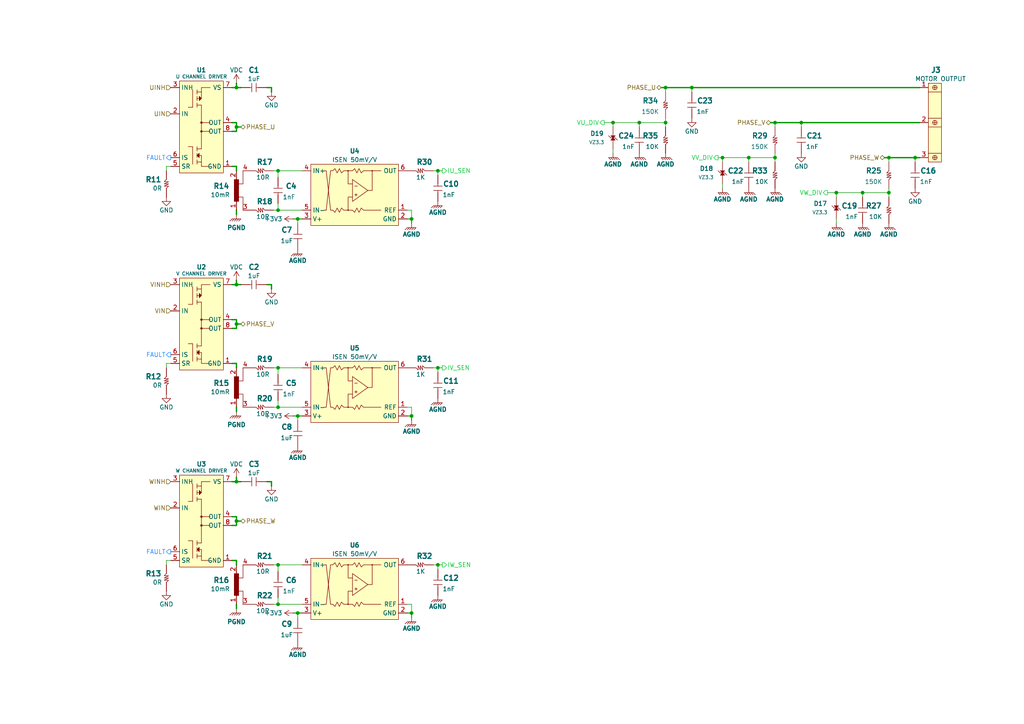
<source format=kicad_sch>
(kicad_sch (version 20231120) (generator "eeschema") (generator_version "8.0")
  (paper "A4")
  (title_block (title "THREE-PHASE MOTOR DRIVER") (date "2024-10-20") (rev "0.0") (company "SAMPI DEVELOPMENT KITS"))
  (lib_symbols
    (symbol "SAMPI:AGND" (power) (pin_names (offset 0))
      (property "Value" "AGND" (at 0 -3.175 0))
      (symbol "AGND_0_1"
        (polyline (pts (xy -1.27 -1.27) (xy -1.905 -1.905)))
        (polyline (pts (xy -1.27 -1.27) (xy 1.27 -1.27)))
        (polyline (pts (xy -0.635 -1.27) (xy -1.27 -1.905)))
        (polyline (pts (xy 0 -1.27) (xy -0.635 -1.905)))
        (polyline (pts (xy 0 0) (xy 0 -1.27)))
        (polyline (pts (xy 0.635 -1.27) (xy 0 -1.905)))
        (polyline (pts (xy 1.27 -1.27) (xy 0.635 -1.905)))
      )
      (symbol "AGND_1_1"
        (pin power_in line (at 0 0 90) (length 0) hide (name "AGND") (number "1"))
      )
    )
    (symbol "SAMPI:BTS7960"
      (property "Reference" "U" (at 0 0 0))
      (property "Value" "PN Half Bridge" (at 0 -1.905 0))
      (symbol "BTS7960_0_1"
        (polyline (pts (xy -3.81 -22.225) (xy -2.54 -22.225)))
        (polyline (pts (xy -3.81 -10.795) (xy -2.54 -10.795)))
        (polyline (pts (xy -2.54 -27.305) (xy -2.54 -22.225)))
        (polyline (pts (xy -2.54 -5.715) (xy -2.54 -10.795)))
        (polyline (pts (xy -1.27 -27.305) (xy -1.27 -26.035)))
        (polyline (pts (xy -1.27 -25.4) (xy -1.27 -24.13)))
        (polyline (pts (xy -1.27 -23.495) (xy -1.27 -22.225)))
        (polyline (pts (xy -1.27 -22.86) (xy 0 -22.86)))
        (polyline (pts (xy -1.27 -10.16) (xy 0 -10.16)))
        (polyline (pts (xy -1.27 -9.525) (xy -1.27 -10.795)))
        (polyline (pts (xy -1.27 -7.62) (xy -1.27 -8.89)))
        (polyline (pts (xy -1.27 -5.715) (xy -1.27 -6.985)))
        (polyline (pts (xy -1.27 -24.765) (xy 0 -24.765) (xy 0 -26.67)))
        (polyline (pts (xy -1.27 -8.255) (xy 0 -8.255) (xy 0 -6.35)))
        (polyline (pts (xy 2.54 -27.94) (xy 0 -27.94) (xy 0 -26.67) (xy -1.27 -26.67)))
        (polyline (pts (xy 2.54 -5.08) (xy 0 -5.08) (xy 0 -6.35) (xy -1.27 -6.35)))
      )
      (symbol "BTS7960_1_0"
        (pin input line (at -8.89 -12.7 0) (length 2.54) (name "IN") (number "2"))
        (pin input line (at -8.89 -5.08 0) (length 2.54) (name "INH") (number "3"))
        (pin power_out line (at 8.89 -15.24 180) (length 2.54) (name "OUT") (number "4"))
        (pin input line (at -8.89 -27.94 0) (length 2.54) (name "SR") (number "5"))
        (pin output line (at -8.89 -25.4 0) (length 2.54) (name "IS") (number "6"))
        (pin power_in line (at 8.89 -5.08 180) (length 2.54) (name "VS") (number "7"))
        (pin power_out line (at 8.89 -17.78 180) (length 2.54) (name "OUT") (number "8"))
      )
      (symbol "BTS7960_1_1"
        (rectangle (start -6.35 -3.175) (end 6.35 -29.845) (fill (type background)))
        (circle (center 0 -17.78) (radius 0.254) (fill (type outline)))
        (circle (center 0 -15.24) (radius 0.254) (fill (type outline)))
        (polyline (pts (xy 0 -15.24) (xy 0 -17.78)))
        (polyline (pts (xy -0.635 -25.4) (xy -1.27 -24.765) (xy -0.635 -24.13) (xy -0.635 -25.4)) (fill (type outline)))
        (polyline (pts (xy -0.635 -7.62) (xy 0 -8.255) (xy -0.635 -8.89) (xy -0.635 -7.62)) (fill (type outline)))
        (polyline (pts (xy 0 -22.86) (xy 0 -20.32) (xy 0 -17.78) (xy 2.54 -17.78)))
        (polyline (pts (xy 0 -10.16) (xy 0 -11.43) (xy 0 -15.24) (xy 2.54 -15.24)))
        (pin passive line (at 8.89 -27.94 180) (length 2.54) (name "GND") (number "1"))
      )
    )
    (symbol "SAMPI:CERCAP" (pin_numbers hide) (pin_names hide)
      (property "Reference" "C" (at -1.905 1.905 0))
      (property "Value" "CerCap" (at -1.905 0 0))
      (symbol "CERCAP_0_1"
        (polyline (pts (xy 0 -2.54) (xy 0.635 -2.54)))
        (polyline (pts (xy 0.635 -1.27) (xy 0.635 -3.81)))
        (polyline (pts (xy 1.905 -2.54) (xy 2.54 -2.54)))
        (polyline (pts (xy 1.905 -1.27) (xy 1.905 -3.81)))
      )
      (symbol "CERCAP_1_1"
        (pin bidirectional line (at -2.54 -2.54 0) (length 2.54) (name "1") (number "1"))
        (pin bidirectional line (at 5.08 -2.54 180) (length 2.54) (name "2") (number "2"))
      )
    )
    (symbol "SAMPI:PGND" (power) (pin_names (offset 0))
      (property "Value" "PGND" (at 0 -3.175 0))
      (symbol "PGND_0_1"
        (polyline (pts (xy -1.27 -1.27) (xy -1.905 -1.905)))
        (polyline (pts (xy -1.27 -1.27) (xy 1.27 -1.27)))
        (polyline (pts (xy -0.635 -1.27) (xy -1.27 -1.905)))
        (polyline (pts (xy 0 -1.27) (xy -0.635 -1.905)))
        (polyline (pts (xy 0 0) (xy 0 -1.27)))
        (polyline (pts (xy 0.635 -1.27) (xy 0 -1.905)))
        (polyline (pts (xy 1.27 -1.27) (xy 0.635 -1.905)))
      )
      (symbol "PGND_1_1"
        (pin power_in line (at 0 0 90) (length 0) hide (name "PGND") (number "1"))
      )
    )
    (symbol "SAMPI:RES" (pin_numbers hide) (pin_names hide)
      (property "Reference" "R" (at 0 1.905 0))
      (property "Value" "RES" (at 0 0 0))
      (symbol "RES_0_1"
        (polyline (pts (xy 0 -2.54) (xy 0.635 -1.905) (xy 0.635 -3.175) (xy 1.27 -1.905) (xy 1.27 -3.175) (xy 1.905 -1.905) (xy 1.905 -3.175) (xy 2.54 -2.54)))
      )
      (symbol "RES_1_1"
        (pin bidirectional line (at -2.54 -2.54 0) (length 2.54) (name "1") (number "1"))
        (pin bidirectional line (at 5.08 -2.54 180) (length 2.54) (name "2") (number "2"))
      )
    )
    (symbol "SAMPI:SHUNT" (pin_names hide)
      (property "Reference" "R" (at 0 0 0))
      (property "Value" "SHUNT" (at 0 -1.905 0))
      (symbol "SHUNT_0_1"
        (polyline (pts (xy -2.54 -6.35) (xy 1.27 -6.35) (xy 1.27 -5.08)))
        (polyline (pts (xy 8.89 -6.35) (xy 5.08 -6.35) (xy 5.08 -5.08)))
      )
      (symbol "SHUNT_1_1"
        (rectangle (start 0 -3.81) (end 6.35 -5.08) (fill (type outline)))
        (pin passive line (at -2.54 -4.445 0) (length 2.54) (name "1") (number "1"))
        (pin passive line (at 8.89 -4.445 180) (length 2.54) (name "2") (number "2"))
        (pin passive line (at -2.54 -7.62 90) (length 1.27) (name "3") (number "3"))
        (pin passive line (at 8.89 -7.62 90) (length 1.27) (name "4") (number "4"))
      )
    )
    (symbol "SAMPI:SIL03" (pin_names hide)
      (property "Reference" "J" (at -0.635 1.905 0))
      (property "Value" "SIL03" (at -0.635 0 0))
      (symbol "SIL03_0_1"
        (polyline (pts (xy 0 -21.59) (xy 3.81 -21.59)))
        (polyline (pts (xy 0 -11.43) (xy 3.81 -11.43)))
        (polyline (pts (xy 0 -3.81) (xy 3.81 -3.81)))
        (polyline (pts (xy 1.27 -22.86) (xy 2.54 -22.86)))
        (polyline (pts (xy 1.27 -12.7) (xy 2.54 -12.7)))
        (polyline (pts (xy 1.27 -2.54) (xy 2.54 -2.54)))
        (polyline (pts (xy 1.905 -22.225) (xy 1.905 -23.495)))
        (polyline (pts (xy 1.905 -12.065) (xy 1.905 -13.335)))
        (polyline (pts (xy 1.905 -1.905) (xy 1.905 -3.175)))
        (polyline (pts (xy 3.81 -13.97) (xy 0 -13.97)))
        (circle (center 1.905 -22.86) (radius 0.635))
        (circle (center 1.905 -12.7) (radius 0.635))
        (circle (center 1.905 -2.54) (radius 0.635))
      )
      (symbol "SIL03_1_1"
        (rectangle (start 0 -1.27) (end 3.81 -24.13) (fill (type background)))
        (pin bidirectional line (at -2.54 -2.54 0) (length 2.54) (name "1") (number "1"))
        (pin bidirectional line (at -2.54 -12.7 0) (length 2.54) (name "2") (number "2"))
        (pin bidirectional line (at -2.54 -22.86 0) (length 2.54) (name "3") (number "3"))
      )
    )
    (symbol "SAMPI:TVS" (pin_numbers hide) (pin_names hide)
      (property "Reference" "D" (at 0 0 0))
      (property "Value" "TVS" (at 0 -1.905 0))
      (symbol "TVS_0_1"
        (polyline (pts (xy 1.905 0) (xy 1.27 -0.635)))
        (polyline (pts (xy 3.175 0) (xy 1.905 0)))
        (polyline (pts (xy 3.175 0) (xy 3.81 0.635)))
      )
      (symbol "TVS_1_1"
        (polyline (pts (xy 2.54 0) (xy 3.175 -0.635) (xy 1.905 -0.635) (xy 2.54 0)) (fill (type outline)))
        (polyline (pts (xy 2.54 0) (xy 3.175 0.635) (xy 1.905 0.635) (xy 2.54 0)) (fill (type outline)))
        (pin passive line (at 2.54 3.175 270) (length 2.54) (name "1") (number "1"))
        (pin passive line (at 2.54 -3.175 90) (length 2.54) (name "2") (number "2"))
      )
    )
    (symbol "SAMPI:ZXCT199Q_INV"
      (property "Reference" "U3" (at 2.54 -1.27 0))
      (property "Value" "ISEN 50mV/V" (at 6.35 -3.81 0))
      (symbol "ZXCT199Q_INV_0_1"
        (polyline (pts (xy 5.715 -18.415) (xy 4.445 -6.985)))
        (polyline (pts (xy 5.715 -6.985) (xy 4.445 -18.415)))
      )
      (symbol "ZXCT199Q_INV_1_1"
        (rectangle (start 0 -5.08) (end 25.4 -22.86) (fill (type background)))
        (polyline (pts (xy 3.81 -18.415) (xy 4.445 -18.415)))
        (polyline (pts (xy 3.81 -6.985) (xy 4.445 -6.985)))
        (polyline (pts (xy 5.715 -18.415) (xy 6.35 -18.415)))
        (polyline (pts (xy 5.715 -6.985) (xy 6.35 -6.985)))
        (polyline (pts (xy 10.795 -18.415) (xy 12.065 -18.415)))
        (polyline (pts (xy 10.795 -6.985) (xy 12.065 -6.985)))
        (polyline (pts (xy 12.7 -13.97) (xy 13.462 -13.97)))
        (polyline (pts (xy 12.7 -11.43) (xy 13.462 -11.43)))
        (polyline (pts (xy 13.081 -14.351) (xy 13.081 -13.589)))
        (polyline (pts (xy 10.795 -18.415) (xy 10.795 -14.605) (xy 12.065 -14.605)))
        (polyline (pts (xy 10.795 -6.985) (xy 10.795 -10.795) (xy 12.065 -10.795)))
        (polyline (pts (xy 16.51 -12.7) (xy 17.78 -12.7) (xy 17.78 -6.985)))
        (polyline (pts (xy 12.065 -9.525) (xy 12.065 -15.875) (xy 16.51 -12.7) (xy 12.065 -9.525)))
        (polyline (pts (xy 6.35 -18.415) (xy 6.985 -19.05) (xy 7.62 -17.78) (xy 8.255 -19.05) (xy 8.89 -17.78) (xy 9.525 -18.415) (xy 10.795 -18.415)))
        (polyline (pts (xy 6.35 -6.985) (xy 6.985 -6.35) (xy 7.62 -7.62) (xy 8.255 -6.35) (xy 8.89 -7.62) (xy 9.525 -6.985) (xy 10.795 -6.985)))
        (polyline (pts (xy 12.065 -18.415) (xy 12.7 -19.05) (xy 13.335 -17.78) (xy 13.97 -19.05) (xy 14.605 -17.78) (xy 15.24 -18.415) (xy 20.32 -18.415)))
        (polyline (pts (xy 12.065 -6.985) (xy 12.7 -6.35) (xy 13.335 -7.62) (xy 13.97 -6.35) (xy 14.605 -7.62) (xy 15.24 -6.985) (xy 20.32 -6.985)))
        (circle (center 10.795 -18.415) (radius 0.127) (fill (type outline)))
        (circle (center 10.795 -6.985) (radius 0.127) (fill (type outline)))
        (circle (center 17.78 -6.985) (radius 0.127) (fill (type outline)))
        (pin input line (at 27.94 -18.415 180) (length 2.54) (name "REF") (number "1"))
        (pin power_in line (at 27.94 -20.955 180) (length 2.54) (name "GND") (number "2"))
        (pin power_in line (at -2.54 -20.955 0) (length 2.54) (name "V+") (number "3"))
        (pin input line (at -2.54 -6.985 0) (length 2.54) (name "IN+") (number "4"))
        (pin input line (at -2.54 -18.415 0) (length 2.54) (name "IN-") (number "5"))
        (pin output line (at 27.94 -6.985 180) (length 2.54) (name "OUT") (number "6"))
      )
    )
    (symbol "power:+3V3" (power) (pin_numbers hide) (pin_names (offset 0) hide)
      (property "Value" "+3V3" (at 0 3.556 0))
      (symbol "+3V3_0_1"
        (polyline (pts (xy -0.762 1.27) (xy 0 2.54)))
        (polyline (pts (xy 0 0) (xy 0 2.54)))
        (polyline (pts (xy 0 2.54) (xy 0.762 1.27)))
      )
      (symbol "+3V3_1_1"
        (pin power_in line (at 0 0 90) (length 0) (name "~") (number "1"))
      )
    )
    (symbol "power:GND" (power) (pin_numbers hide) (pin_names (offset 0) hide)
      (property "Value" "GND" (at 0 -3.81 0))
      (symbol "GND_0_1"
        (polyline (pts (xy 0 0) (xy 0 -1.27) (xy 1.27 -1.27) (xy 0 -2.54) (xy -1.27 -1.27) (xy 0 -1.27)))
      )
      (symbol "GND_1_1"
        (pin power_in line (at 0 0 270) (length 0) (name "~") (number "1"))
      )
    )
    (symbol "power:VDC" (power) (pin_numbers hide) (pin_names (offset 0) hide)
      (property "Value" "VDC" (at 0 3.556 0))
      (symbol "VDC_0_1"
        (polyline (pts (xy -0.762 1.27) (xy 0 2.54)))
        (polyline (pts (xy 0 0) (xy 0 2.54)))
        (polyline (pts (xy 0 2.54) (xy 0.762 1.27)))
      )
      (symbol "VDC_1_1"
        (pin power_in line (at 0 0 90) (length 0) (name "~") (number "1"))
      )
    )
  )
  (junction (at 86.36 177.8))
  (junction (at 68.58 36.83))
  (junction (at 224.79 35.56))
  (junction (at 80.645 60.96))
  (junction (at 86.36 63.5))
  (junction (at 119.38 120.65))
  (junction (at 68.58 139.7))
  (junction (at 86.36 120.65))
  (junction (at 265.43 45.72))
  (junction (at 80.645 163.83))
  (junction (at 80.645 49.53))
  (junction (at 209.55 45.72))
  (junction (at 193.04 25.4))
  (junction (at 119.38 63.5))
  (junction (at 193.04 35.56))
  (junction (at 68.58 93.98))
  (junction (at 68.58 151.13))
  (junction (at 127 163.83))
  (junction (at 119.38 177.8))
  (junction (at 217.17 45.72))
  (junction (at 80.645 106.68))
  (junction (at 68.58 82.55))
  (junction (at 185.42 35.56))
  (junction (at 257.81 55.88))
  (junction (at 127 49.53))
  (junction (at 200.66 25.4))
  (junction (at 68.58 25.4))
  (junction (at 224.79 45.72))
  (junction (at 257.81 45.72))
  (junction (at 250.19 55.88))
  (junction (at 127 106.68))
  (junction (at 177.8 35.56))
  (junction (at 242.57 55.88))
  (junction (at 80.645 175.26))
  (junction (at 232.41 35.56))
  (junction (at 80.645 118.11))
  (wire (pts (xy 80.645 118.11) (xy 79.375 118.11)))
  (wire (pts (xy 257.81 55.88) (xy 257.81 54.61)))
  (wire (pts (xy 68.58 24.13) (xy 68.58 25.4)) (stroke (width 0.381)))
  (wire (pts (xy 80.645 163.83) (xy 79.375 163.83)))
  (wire (pts (xy 80.645 165.735) (xy 80.645 163.83)))
  (wire (pts (xy 265.43 45.72) (xy 257.81 45.72)) (stroke (width 0.381)))
  (wire (pts (xy 68.58 93.98) (xy 68.58 92.71)) (stroke (width 0.381)))
  (wire (pts (xy 119.38 175.26) (xy 119.38 177.8)))
  (wire (pts (xy 68.58 95.25) (xy 68.58 93.98)) (stroke (width 0.381)))
  (wire (pts (xy 48.26 163.83) (xy 48.26 162.56)))
  (wire (pts (xy 48.26 106.68) (xy 48.26 105.41)))
  (wire (pts (xy 67.31 25.4) (xy 68.58 25.4)) (stroke (width 0.381)))
  (wire (pts (xy 119.38 63.5) (xy 119.38 64.77)) (stroke (width 0.254)))
  (wire (pts (xy 68.58 81.28) (xy 68.58 82.55)) (stroke (width 0.381)))
  (wire (pts (xy 80.645 106.68) (xy 87.63 106.68)))
  (wire (pts (xy 68.58 105.41) (xy 68.58 106.68)) (stroke (width 0.381)))
  (wire (pts (xy 209.55 45.72) (xy 208.28 45.72)))
  (wire (pts (xy 127 106.68) (xy 128.27 106.68)))
  (wire (pts (xy 68.58 162.56) (xy 68.58 163.83)) (stroke (width 0.381)))
  (wire (pts (xy 242.57 55.88) (xy 242.57 57.15)))
  (wire (pts (xy 48.26 162.56) (xy 49.53 162.56)))
  (wire (pts (xy 68.58 162.56) (xy 67.31 162.56)) (stroke (width 0.381)))
  (wire (pts (xy 200.66 25.4) (xy 193.04 25.4)) (stroke (width 0.381)))
  (wire (pts (xy 209.55 45.72) (xy 209.55 46.99)))
  (wire (pts (xy 265.43 45.72) (xy 266.7 45.72)) (stroke (width 0.381)))
  (wire (pts (xy 80.645 49.53) (xy 79.375 49.53)))
  (wire (pts (xy 266.7 25.4) (xy 200.66 25.4)) (stroke (width 0.381)))
  (wire (pts (xy 257.81 45.72) (xy 256.54 45.72)) (stroke (width 0.381)))
  (wire (pts (xy 250.19 55.88) (xy 242.57 55.88)))
  (wire (pts (xy 80.645 60.96) (xy 87.63 60.96)))
  (wire (pts (xy 200.66 26.67) (xy 200.66 25.4)))
  (wire (pts (xy 68.58 38.1) (xy 68.58 36.83)) (stroke (width 0.381)))
  (wire (pts (xy 209.55 54.61) (xy 209.55 53.34)))
  (wire (pts (xy 127 163.83) (xy 128.27 163.83)))
  (wire (pts (xy 242.57 64.77) (xy 242.57 63.5)))
  (wire (pts (xy 48.26 48.26) (xy 49.53 48.26)))
  (wire (pts (xy 80.645 108.585) (xy 80.645 106.68)))
  (wire (pts (xy 127 49.53) (xy 127 50.8)))
  (wire (pts (xy 68.58 60.96) (xy 68.58 62.23)) (stroke (width 0.381)))
  (wire (pts (xy 177.8 35.56) (xy 177.8 36.83)))
  (wire (pts (xy 177.8 35.56) (xy 175.26 35.56)))
  (wire (pts (xy 185.42 35.56) (xy 177.8 35.56)))
  (wire (pts (xy 87.63 177.8) (xy 86.36 177.8)) (stroke (width 0.254)))
  (wire (pts (xy 257.81 45.72) (xy 257.81 46.99)))
  (wire (pts (xy 232.41 35.56) (xy 232.41 36.83)))
  (wire (pts (xy 86.36 63.5) (xy 86.36 64.77)))
  (wire (pts (xy 86.36 177.8) (xy 86.36 179.07)))
  (wire (pts (xy 48.26 105.41) (xy 49.53 105.41)))
  (wire (pts (xy 67.31 139.7) (xy 68.58 139.7)) (stroke (width 0.381)))
  (wire (pts (xy 232.41 35.56) (xy 224.79 35.56)) (stroke (width 0.381)))
  (wire (pts (xy 68.58 152.4) (xy 68.58 151.13)) (stroke (width 0.381)))
  (wire (pts (xy 78.74 25.4) (xy 77.47 25.4)) (stroke (width 0.381)))
  (wire (pts (xy 68.58 118.11) (xy 68.58 119.38)) (stroke (width 0.381)))
  (wire (pts (xy 193.04 25.4) (xy 191.77 25.4)) (stroke (width 0.381)))
  (wire (pts (xy 193.04 36.83) (xy 193.04 35.56)))
  (wire (pts (xy 78.74 83.82) (xy 78.74 82.55)) (stroke (width 0.381)))
  (wire (pts (xy 87.63 120.65) (xy 86.36 120.65)) (stroke (width 0.254)))
  (wire (pts (xy 217.17 45.72) (xy 209.55 45.72)))
  (wire (pts (xy 68.58 48.26) (xy 68.58 49.53)) (stroke (width 0.381)))
  (wire (pts (xy 80.645 106.68) (xy 79.375 106.68)))
  (wire (pts (xy 119.38 60.96) (xy 119.38 63.5)))
  (wire (pts (xy 127 163.83) (xy 127 165.1)))
  (wire (pts (xy 68.58 138.43) (xy 68.58 139.7)) (stroke (width 0.381)))
  (wire (pts (xy 80.645 59.055) (xy 80.645 60.96)))
  (wire (pts (xy 68.58 35.56) (xy 67.31 35.56)) (stroke (width 0.381)))
  (wire (pts (xy 80.645 173.355) (xy 80.645 175.26)))
  (wire (pts (xy 68.58 151.13) (xy 68.58 149.86)) (stroke (width 0.381)))
  (wire (pts (xy 67.31 95.25) (xy 68.58 95.25)) (stroke (width 0.381)))
  (wire (pts (xy 80.645 118.11) (xy 87.63 118.11)))
  (wire (pts (xy 127 106.68) (xy 127 107.95)))
  (wire (pts (xy 86.36 120.65) (xy 86.36 121.92)))
  (wire (pts (xy 78.74 140.97) (xy 78.74 139.7)) (stroke (width 0.381)))
  (wire (pts (xy 242.57 55.88) (xy 240.03 55.88)))
  (wire (pts (xy 118.11 60.96) (xy 119.38 60.96)))
  (wire (pts (xy 68.58 36.83) (xy 69.85 36.83)) (stroke (width 0.381)))
  (wire (pts (xy 265.43 45.72) (xy 265.43 46.99)))
  (wire (pts (xy 125.73 49.53) (xy 127 49.53)))
  (wire (pts (xy 125.73 106.68) (xy 127 106.68)))
  (wire (pts (xy 85.09 120.65) (xy 86.36 120.65)) (stroke (width 0.254)))
  (wire (pts (xy 85.09 177.8) (xy 86.36 177.8)) (stroke (width 0.254)))
  (wire (pts (xy 119.38 63.5) (xy 118.11 63.5)) (stroke (width 0.254)))
  (wire (pts (xy 68.58 139.7) (xy 69.85 139.7)) (stroke (width 0.381)))
  (wire (pts (xy 193.04 35.56) (xy 185.42 35.56)))
  (wire (pts (xy 127 49.53) (xy 128.27 49.53)))
  (wire (pts (xy 78.74 139.7) (xy 77.47 139.7)) (stroke (width 0.381)))
  (wire (pts (xy 224.79 35.56) (xy 224.79 36.83)))
  (wire (pts (xy 68.58 36.83) (xy 68.58 35.56)) (stroke (width 0.381)))
  (wire (pts (xy 48.26 49.53) (xy 48.26 48.26)))
  (wire (pts (xy 119.38 118.11) (xy 119.38 120.65)))
  (wire (pts (xy 119.38 120.65) (xy 118.11 120.65)) (stroke (width 0.254)))
  (wire (pts (xy 266.7 35.56) (xy 232.41 35.56)) (stroke (width 0.381)))
  (wire (pts (xy 80.645 163.83) (xy 87.63 163.83)))
  (wire (pts (xy 67.31 82.55) (xy 68.58 82.55)) (stroke (width 0.381)))
  (wire (pts (xy 85.09 63.5) (xy 86.36 63.5)) (stroke (width 0.254)))
  (wire (pts (xy 80.645 116.205) (xy 80.645 118.11)))
  (wire (pts (xy 87.63 63.5) (xy 86.36 63.5)) (stroke (width 0.254)))
  (wire (pts (xy 68.58 105.41) (xy 67.31 105.41)) (stroke (width 0.381)))
  (wire (pts (xy 68.58 175.26) (xy 68.58 176.53)) (stroke (width 0.381)))
  (wire (pts (xy 68.58 82.55) (xy 69.85 82.55)) (stroke (width 0.381)))
  (wire (pts (xy 119.38 177.8) (xy 119.38 179.07)) (stroke (width 0.254)))
  (wire (pts (xy 68.58 151.13) (xy 69.85 151.13)) (stroke (width 0.381)))
  (wire (pts (xy 80.645 51.435) (xy 80.645 49.53)))
  (wire (pts (xy 119.38 120.65) (xy 119.38 121.92)) (stroke (width 0.254)))
  (wire (pts (xy 224.79 45.72) (xy 217.17 45.72)))
  (wire (pts (xy 257.81 55.88) (xy 250.19 55.88)))
  (wire (pts (xy 80.645 175.26) (xy 79.375 175.26)))
  (wire (pts (xy 68.58 92.71) (xy 67.31 92.71)) (stroke (width 0.381)))
  (wire (pts (xy 224.79 35.56) (xy 223.52 35.56)) (stroke (width 0.381)))
  (wire (pts (xy 119.38 177.8) (xy 118.11 177.8)) (stroke (width 0.254)))
  (wire (pts (xy 193.04 25.4) (xy 193.04 26.67)))
  (wire (pts (xy 80.645 49.53) (xy 87.63 49.53)))
  (wire (pts (xy 185.42 35.56) (xy 185.42 36.83)))
  (wire (pts (xy 80.645 60.96) (xy 79.375 60.96)))
  (wire (pts (xy 80.645 175.26) (xy 87.63 175.26)))
  (wire (pts (xy 125.73 163.83) (xy 127 163.83)))
  (wire (pts (xy 68.58 25.4) (xy 69.85 25.4)) (stroke (width 0.381)))
  (wire (pts (xy 67.31 38.1) (xy 68.58 38.1)) (stroke (width 0.381)))
  (wire (pts (xy 250.19 55.88) (xy 250.19 57.15)))
  (wire (pts (xy 67.31 152.4) (xy 68.58 152.4)) (stroke (width 0.381)))
  (wire (pts (xy 118.11 175.26) (xy 119.38 175.26)))
  (wire (pts (xy 224.79 46.99) (xy 224.79 45.72)))
  (wire (pts (xy 78.74 26.67) (xy 78.74 25.4)) (stroke (width 0.381)))
  (wire (pts (xy 78.74 82.55) (xy 77.47 82.55)) (stroke (width 0.381)))
  (wire (pts (xy 224.79 45.72) (xy 224.79 44.45)))
  (wire (pts (xy 118.11 118.11) (xy 119.38 118.11)))
  (wire (pts (xy 68.58 93.98) (xy 69.85 93.98)) (stroke (width 0.381)))
  (wire (pts (xy 177.8 44.45) (xy 177.8 43.18)))
  (wire (pts (xy 193.04 35.56) (xy 193.04 34.29)))
  (wire (pts (xy 257.81 57.15) (xy 257.81 55.88)))
  (wire (pts (xy 68.58 48.26) (xy 67.31 48.26)) (stroke (width 0.381)))
  (wire (pts (xy 68.58 149.86) (xy 67.31 149.86)) (stroke (width 0.381)))
  (wire (pts (xy 217.17 45.72) (xy 217.17 46.99)))
  (hierarchical_label "IU_SEN" (shape output) (at 128.27 49.53 0))
  (hierarchical_label "FAULT" (shape output) (at 49.53 45.72 180))
  (hierarchical_label "VV_DIV" (shape output) (at 208.28 45.72 180))
  (hierarchical_label "VU_DIV" (shape output) (at 175.26 35.56 180))
  (hierarchical_label "PHASE_U" (shape bidirectional) (at 191.77 25.4 180))
  (hierarchical_label "FAULT" (shape output) (at 49.53 160.02 180))
  (hierarchical_label "VW_DIV" (shape output) (at 240.03 55.88 180))
  (hierarchical_label "IV_SEN" (shape output) (at 128.27 106.68 0))
  (hierarchical_label "VIN" (shape input) (at 49.53 90.17 180))
  (hierarchical_label "PHASE_W" (shape bidirectional) (at 69.85 151.13 0))
  (hierarchical_label "WINH" (shape input) (at 49.53 139.7 180))
  (hierarchical_label "IW_SEN" (shape output) (at 128.27 163.83 0))
  (hierarchical_label "PHASE_V" (shape bidirectional) (at 69.85 93.98 0))
  (hierarchical_label "PHASE_U" (shape bidirectional) (at 69.85 36.83 0))
  (hierarchical_label "PHASE_W" (shape bidirectional) (at 256.54 45.72 180))
  (hierarchical_label "FAULT" (shape output) (at 49.53 102.87 180))
  (hierarchical_label "VINH" (shape input) (at 49.53 82.55 180))
  (hierarchical_label "UIN" (shape input) (at 49.53 33.02 180))
  (hierarchical_label "UINH" (shape input) (at 49.53 25.4 180))
  (hierarchical_label "WIN" (shape input) (at 49.53 147.32 180))
  (hierarchical_label "PHASE_V" (shape bidirectional) (at 223.52 35.56 180))
  (symbol (lib_id "SAMPI:RES") (at 76.835 58.42 0) (mirror y) (unit 1)
    (property "Reference" "R18" (at 74.295 58.42 0) (effects (font (size 1.5 1.5) (bold yes)) (justify right)))
    (property "Value" "10R" (at 74.295 62.865 0) (effects (justify right)))
    (property "Footprint" "SAMPI:RES0603" (effects (hide yes)))
    (property "Description" "RES 0.01 OHM 1% 1W 1206" (effects (hide yes)))
    (property "MFT" "Yageo" (effects (hide yes)))
    (property "MNP" "PE1206FKF470R01Z" (effects (hide yes)))
  )
  (symbol (lib_id "SAMPI:CERCAP") (at 187.96 41.91 270) (mirror x) (unit 1)
    (property "Reference" "C24" (at 181.61 39.37 90) (effects (font (size 1.5 1.5) (bold yes))))
    (property "Value" "1nF" (at 182.245 42.545 90))
    (property "Footprint" "SAMPI:CAP0603" (effects (hide yes)))
    (property "Description" "CAP CER 1000PF 50V C0G/NP0 0603" (effects (hide yes)))
    (property "MFT" "Samsung" (effects (hide yes)))
    (property "MNP" "CL10C102JB8NNNC" (effects (hide yes)))
  )
  (symbol (lib_id "SAMPI:AGND") (at 193.04 44.45 0) (mirror y) (unit 1)
    (property "Reference" "#PWR062" (effects (hide yes)))
    (property "Value" "AGND" (at 193.04 47.625 0) (effects (font (bold yes))))
    (property "Description" "Power symbol creates a global label with name \"AGND\"" (effects (hide yes)))
  )
  (symbol (lib_id "SAMPI:AGND") (at 224.79 54.61 0) (mirror y) (unit 1)
    (property "Reference" "#PWR053" (effects (hide yes)))
    (property "Value" "AGND" (at 224.79 57.785 0) (effects (font (bold yes))))
    (property "Description" "Power symbol creates a global label with name \"AGND\"" (effects (hide yes)))
  )
  (symbol (lib_id "SAMPI:CERCAP") (at 78.105 113.665 90) (unit 1)
    (property "Reference" "C5" (at 84.455 111.125 90) (effects (font (size 1.5 1.5) (bold yes))))
    (property "Value" "1nF" (at 83.82 114.3 90))
    (property "Footprint" "SAMPI:CAP0603" (effects (hide yes)))
    (property "Description" "CAP CER 1000PF 50V C0G/NP0 0603" (effects (hide yes)))
    (property "MFT" "Samsung" (effects (hide yes)))
    (property "MNP" "CL10C102JB8NNNC" (effects (hide yes)))
  )
  (symbol (lib_id "SAMPI:CERCAP") (at 72.39 22.86 0) (unit 1)
    (property "Reference" "C1" (at 73.66 20.32 0) (effects (font (size 1.5 1.5) (bold yes))))
    (property "Value" "1uF" (at 73.66 22.86 0))
    (property "Footprint" "SAMPI:CAP0603" (effects (hide yes)))
    (property "Description" "CAP CER 1UF 35V X5R 0603" (effects (hide yes)))
    (property "MFT" "Samsung" (effects (hide yes)))
    (property "MNP" "CL10A105KL8NNNC" (effects (hide yes)))
  )
  (symbol (lib_id "SAMPI:CERCAP") (at 72.39 137.16 0) (unit 1)
    (property "Reference" "C3" (at 73.66 134.62 0) (effects (font (size 1.5 1.5) (bold yes))))
    (property "Value" "1uF" (at 73.66 137.16 0))
    (property "Footprint" "SAMPI:CAP0603" (effects (hide yes)))
    (property "Description" "CAP CER 1UF 35V X5R 0603" (effects (hide yes)))
    (property "MFT" "Samsung" (effects (hide yes)))
    (property "MNP" "CL10A105KL8NNNC" (effects (hide yes)))
  )
  (symbol (lib_id "SAMPI:CERCAP") (at 124.46 55.88 90) (unit 1)
    (property "Reference" "C10" (at 130.81 53.34 90) (effects (font (size 1.5 1.5) (bold yes))))
    (property "Value" "1nF" (at 130.175 56.515 90))
    (property "Footprint" "SAMPI:CAP0603" (effects (hide yes)))
    (property "Description" "CAP CER 1000PF 50V C0G/NP0 0603" (effects (hide yes)))
    (property "MFT" "Samsung" (effects (hide yes)))
    (property "MNP" "CL10C102JB8NNNC" (effects (hide yes)))
  )
  (symbol (lib_id "SAMPI:AGND") (at 127 58.42 0) (unit 1)
    (property "Reference" "#PWR045" (effects (hide yes)))
    (property "Value" "AGND" (at 127 61.595 0) (effects (font (bold yes))))
    (property "Description" "Power symbol creates a global label with name \"AGND\"" (effects (hide yes)))
  )
  (symbol (lib_id "SAMPI:BTS7960") (at 58.42 134.62 0) (unit 1)
    (property "Reference" "U3" (at 58.42 134.62 0) (effects (font (thickness 0.254) (bold yes))))
    (property "Value" "W CHANNEL DRIVER" (at 58.42 136.525 0) (effects (font (size 1.016 1.016))))
    (property "Footprint" "SAMPI:TO-263-7" (effects (hide yes)))
    (property "Description" "IC HALF BRIDGE DRVR 40A TO263-7" (effects (hide yes)))
    (property "MNP" "BTS7960B" (effects (hide yes)))
    (property "MFT" "Infineon" (effects (hide yes)))
  )
  (symbol (lib_id "SAMPI:BTS7960") (at 58.42 77.47 0) (unit 1)
    (property "Reference" "U2" (at 58.42 77.47 0) (effects (font (thickness 0.254) (bold yes))))
    (property "Value" "V CHANNEL DRIVER" (at 58.42 79.375 0) (effects (font (size 1.016 1.016))))
    (property "Footprint" "SAMPI:TO-263-7" (effects (hide yes)))
    (property "Description" "IC HALF BRIDGE DRVR 40A TO263-7" (effects (hide yes)))
    (property "MNP" "BTS7960B" (effects (hide yes)))
    (property "MFT" "Infineon" (effects (hide yes)))
  )
  (symbol (lib_id "SAMPI:CERCAP") (at 83.82 127 90) (unit 1)
    (property "Reference" "C8" (at 83.185 123.825 90) (effects (font (size 1.5 1.5) (bold yes))))
    (property "Value" "1uF" (at 83.185 127 90))
    (property "Footprint" "SAMPI:CAP0603" (effects (hide yes)))
    (property "Description" "CAP CER 1UF 35V X5R 0603" (effects (hide yes)))
    (property "MFT" "Samsung" (effects (hide yes)))
    (property "MNP" "CL10A105KL8NNNC" (effects (hide yes)))
  )
  (symbol (lib_id "SAMPI:RES") (at 50.8 168.91 270) (mirror x) (unit 1)
    (property "Reference" "R13" (at 46.99 166.3699 90) (effects (font (size 1.5 1.5) (bold yes)) (justify right)))
    (property "Value" "0R" (at 46.99 168.9099 90) (effects (justify right)))
    (property "Footprint" "SAMPI:RES0603" (effects (hide yes)))
    (property "Description" "RES 0 OHM JUMPER 1/10W 0603" (effects (hide yes)))
    (property "MFT" "Yageo" (effects (hide yes)))
    (property "MNP" "RC0603JR-070RL" (effects (hide yes)))
  )
  (symbol (lib_id "SAMPI:CERCAP") (at 83.82 69.85 90) (unit 1)
    (property "Reference" "C7" (at 83.185 66.675 90) (effects (font (size 1.5 1.5) (bold yes))))
    (property "Value" "1uF" (at 83.185 69.85 90))
    (property "Footprint" "SAMPI:CAP0603" (effects (hide yes)))
    (property "Description" "CAP CER 1UF 35V X5R 0603" (effects (hide yes)))
    (property "MFT" "Samsung" (effects (hide yes)))
    (property "MNP" "CL10A105KL8NNNC" (effects (hide yes)))
  )
  (symbol (lib_id "SAMPI:CERCAP") (at 72.39 80.01 0) (unit 1)
    (property "Reference" "C2" (at 73.66 77.47 0) (effects (font (size 1.5 1.5) (bold yes))))
    (property "Value" "1uF" (at 73.66 80.01 0))
    (property "Footprint" "SAMPI:CAP0603" (effects (hide yes)))
    (property "Description" "CAP CER 1UF 35V X5R 0603" (effects (hide yes)))
    (property "MFT" "Samsung" (effects (hide yes)))
    (property "MNP" "CL10A105KL8NNNC" (effects (hide yes)))
  )
  (symbol (lib_id "SAMPI:CERCAP") (at 262.89 52.07 90) (unit 1)
    (property "Reference" "C16" (at 269.24 49.53 90) (effects (font (size 1.5 1.5) (bold yes))))
    (property "Value" "1nF" (at 268.605 52.705 90))
    (property "Footprint" "SAMPI:CAP0603" (effects (hide yes)))
    (property "Description" "CAP CER 1000PF 50V C0G/NP0 0603" (effects (hide yes)))
    (property "MFT" "Samsung" (effects (hide yes)))
    (property "MNP" "CL10C102JB8NNNC" (effects (hide yes)))
  )
  (symbol (lib_id "SAMPI:RES") (at 76.835 161.29 0) (mirror y) (unit 1)
    (property "Reference" "R21" (at 74.295 161.29 0) (effects (font (size 1.5 1.5) (bold yes)) (justify right)))
    (property "Value" "10R" (at 74.295 165.735 0) (effects (justify right)))
    (property "Footprint" "SAMPI:RES0603" (effects (hide yes)))
    (property "Description" "RES 0.01 OHM 1% 1W 1206" (effects (hide yes)))
    (property "MFT" "Yageo" (effects (hide yes)))
    (property "MNP" "PE1206FKF470R01Z" (effects (hide yes)))
  )
  (symbol (lib_id "SAMPI:RES") (at 76.835 46.99 0) (mirror y) (unit 1)
    (property "Reference" "R17" (at 74.295 46.99 0) (effects (font (size 1.5 1.5) (bold yes)) (justify right)))
    (property "Value" "10R" (at 74.295 51.435 0) (effects (justify right)))
    (property "Footprint" "SAMPI:RES0603" (effects (hide yes)))
    (property "Description" "RES 0.01 OHM 1% 1W 1206" (effects (hide yes)))
    (property "MFT" "Yageo" (effects (hide yes)))
    (property "MNP" "PE1206FKF470R01Z" (effects (hide yes)))
  )
  (symbol (lib_id "SAMPI:CERCAP") (at 83.82 184.15 90) (unit 1)
    (property "Reference" "C9" (at 83.185 180.975 90) (effects (font (size 1.5 1.5) (bold yes))))
    (property "Value" "1uF" (at 83.185 184.15 90))
    (property "Footprint" "SAMPI:CAP0603" (effects (hide yes)))
    (property "Description" "CAP CER 1UF 35V X5R 0603" (effects (hide yes)))
    (property "MFT" "Samsung" (effects (hide yes)))
    (property "MNP" "CL10A105KL8NNNC" (effects (hide yes)))
  )
  (symbol (lib_id "SAMPI:AGND") (at 86.36 186.69 0) (unit 1)
    (property "Reference" "#PWR022" (effects (hide yes)))
    (property "Value" "AGND" (at 86.36 189.865 0) (effects (font (bold yes))))
    (property "Description" "Power symbol creates a global label with name \"AGND\"" (effects (hide yes)))
  )
  (symbol (lib_id "SAMPI:AGND") (at 257.81 64.77 0) (mirror y) (unit 1)
    (property "Reference" "#PWR037" (effects (hide yes)))
    (property "Value" "AGND" (at 257.81 67.945 0) (effects (font (bold yes))))
    (property "Description" "Power symbol creates a global label with name \"AGND\"" (effects (hide yes)))
  )
  (symbol (lib_id "SAMPI:AGND") (at 217.17 54.61 0) (mirror y) (unit 1)
    (property "Reference" "#PWR059" (effects (hide yes)))
    (property "Value" "AGND" (at 217.17 57.785 0) (effects (font (bold yes))))
    (property "Description" "Power symbol creates a global label with name \"AGND\"" (effects (hide yes)))
  )
  (symbol (lib_id "SAMPI:AGND") (at 185.42 44.45 0) (mirror y) (unit 1)
    (property "Reference" "#PWR063" (effects (hide yes)))
    (property "Value" "AGND" (at 185.42 47.625 0) (effects (font (bold yes))))
    (property "Description" "Power symbol creates a global label with name \"AGND\"" (effects (hide yes)))
  )
  (symbol (lib_id "power:GND") (at 48.26 171.45 0) (unit 1)
    (property "Reference" "#PWR07" (effects (hide yes)))
    (property "Value" "GND" (at 48.26 175.26 0))
    (property "Description" "Power symbol creates a global label with name \"GND\" , ground" (effects (hide yes)))
  )
  (symbol (lib_id "SAMPI:RES") (at 123.19 104.14 0) (mirror y) (unit 1)
    (property "Reference" "R31" (at 120.65 104.14 0) (effects (font (size 1.5 1.5) (bold yes)) (justify right)))
    (property "Value" "1K" (at 120.65 108.585 0) (effects (justify right)))
    (property "Footprint" "SAMPI:RES0603" (effects (hide yes)))
    (property "Description" "RES 1K OHM 5% 1/10W 0603" (effects (hide yes)))
    (property "MFT" "Yageo" (effects (hide yes)))
    (property "MNP" "RC0603JR-071KL" (effects (hide yes)))
  )
  (symbol (lib_id "SAMPI:RES") (at 76.835 104.14 0) (mirror y) (unit 1)
    (property "Reference" "R19" (at 74.295 104.14 0) (effects (font (size 1.5 1.5) (bold yes)) (justify right)))
    (property "Value" "10R" (at 74.295 108.585 0) (effects (justify right)))
    (property "Footprint" "SAMPI:RES0603" (effects (hide yes)))
    (property "Description" "RES 0.01 OHM 1% 1W 1206" (effects (hide yes)))
    (property "MFT" "Yageo" (effects (hide yes)))
    (property "MNP" "PE1206FKF470R01Z" (effects (hide yes)))
  )
  (symbol (lib_id "power:GND") (at 48.26 57.15 0) (unit 1)
    (property "Reference" "#PWR05" (effects (hide yes)))
    (property "Value" "GND" (at 48.26 60.96 0))
    (property "Description" "Power symbol creates a global label with name \"GND\" , ground" (effects (hide yes)))
  )
  (symbol (lib_id "SAMPI:RES") (at 260.35 52.07 270) (mirror x) (unit 1)
    (property "Reference" "R25" (at 255.905 49.53 90) (effects (font (size 1.5 1.5) (bold yes)) (justify right)))
    (property "Value" "150K" (at 255.905 52.705 90) (effects (justify right)))
    (property "Footprint" "SAMPI:RES0603" (effects (hide yes)))
    (property "Description" "RES 100K OHM 5% 1/10W 0603" (effects (hide yes)))
    (property "MFT" "Yageo" (effects (hide yes)))
    (property "MNP" "RC0603JR-13100KL" (effects (hide yes)))
  )
  (symbol (lib_id "SAMPI:CERCAP") (at 124.46 170.18 90) (unit 1)
    (property "Reference" "C12" (at 130.81 167.64 90) (effects (font (size 1.5 1.5) (bold yes))))
    (property "Value" "1nF" (at 130.175 170.815 90))
    (property "Footprint" "SAMPI:CAP0603" (effects (hide yes)))
    (property "Description" "CAP CER 1000PF 50V C0G/NP0 0603" (effects (hide yes)))
    (property "MFT" "Samsung" (effects (hide yes)))
    (property "MNP" "CL10C102JB8NNNC" (effects (hide yes)))
  )
  (symbol (lib_id "SAMPI:TVS") (at 180.34 40.005 0) (mirror y) (unit 1)
    (property "Reference" "D19" (at 175.26 38.7349 0) (effects (font (bold yes)) (justify left)))
    (property "Value" "VZ3.3" (at 175.26 41.275 0) (effects (font (size 1.016 1.016)) (justify left)))
    (property "Footprint" "SAMPI:SOD-923" (effects (hide yes)))
    (property "Description" "TVS DIODE 3.3VWM 14.1VC 0402" (effects (hide yes)))
    (property "MNP" "CPDQ3V3-HF" (effects (hide yes)))
    (property "MFT" "Comchip Technology" (effects (hide yes)))
  )
  (symbol (lib_id "SAMPI:RES") (at 50.8 54.61 270) (mirror x) (unit 1)
    (property "Reference" "R11" (at 46.99 52.0699 90) (effects (font (size 1.5 1.5) (bold yes)) (justify right)))
    (property "Value" "0R" (at 46.99 54.6099 90) (effects (justify right)))
    (property "Footprint" "SAMPI:RES0603" (effects (hide yes)))
    (property "Description" "RES 0 OHM JUMPER 1/10W 0603" (effects (hide yes)))
    (property "MFT" "Yageo" (effects (hide yes)))
    (property "MNP" "RC0603JR-070RL" (effects (hide yes)))
  )
  (symbol (lib_id "power:GND") (at 78.74 140.97 0) (unit 1)
    (property "Reference" "#PWR016" (effects (hide yes)))
    (property "Value" "GND" (at 78.74 144.78 0))
    (property "Description" "Power symbol creates a global label with name \"GND\" , ground" (effects (hide yes)))
  )
  (symbol (lib_id "power:+3V3") (at 85.09 63.5 90) (unit 1)
    (property "Reference" "#PWR017" (effects (hide yes)))
    (property "Value" "+3V3" (at 81.915 63.5 90) (effects (justify left)))
    (property "Description" "Power symbol creates a global label with name \"+3V3\"" (effects (hide yes)))
  )
  (symbol (lib_id "power:VDC") (at 68.58 24.13 0) (unit 1)
    (property "Reference" "#PWR08" (effects (hide yes)))
    (property "Value" "VDC" (at 68.58 20.32 0))
    (property "Description" "Power symbol creates a global label with name \"VDC\"" (effects (hide yes)))
  )
  (symbol (lib_id "SAMPI:AGND") (at 119.38 121.92 0) (unit 1)
    (property "Reference" "#PWR024" (effects (hide yes)))
    (property "Value" "AGND" (at 119.38 125.095 0) (effects (font (bold yes))))
    (property "Description" "Power symbol creates a global label with name \"AGND\"" (effects (hide yes)))
  )
  (symbol (lib_id "SAMPI:SHUNT") (at 64.135 58.42 90) (unit 1)
    (property "Reference" "R14" (at 66.675 53.9749 90) (effects (font (size 1.5 1.5) (bold yes)) (justify left)))
    (property "Value" "10mR" (at 66.675 56.5149 90) (effects (justify left)))
    (property "Footprint" "SAMPI:SHUNT_1206" (effects (hide yes)))
    (property "Description" "RES 10 OHM 5% 1/10W 0603" (effects (hide yes)))
    (property "MFT" "Yageo" (effects (hide yes)))
    (property "MNP" "RC0603JR-0710RL" (effects (hide yes)))
  )
  (symbol (lib_id "SAMPI:SHUNT") (at 64.135 115.57 90) (unit 1)
    (property "Reference" "R15" (at 66.675 111.1249 90) (effects (font (size 1.5 1.5) (bold yes)) (justify left)))
    (property "Value" "10mR" (at 66.675 113.6649 90) (effects (justify left)))
    (property "Footprint" "SAMPI:SHUNT_1206" (effects (hide yes)))
    (property "Description" "RES 10 OHM 5% 1/10W 0603" (effects (hide yes)))
    (property "MFT" "Yageo" (effects (hide yes)))
    (property "MNP" "RC0603JR-0710RL" (effects (hide yes)))
  )
  (symbol (lib_id "SAMPI:RES") (at 195.58 31.75 270) (mirror x) (unit 1)
    (property "Reference" "R34" (at 191.135 29.21 90) (effects (font (size 1.5 1.5) (bold yes)) (justify right)))
    (property "Value" "150K" (at 191.135 32.385 90) (effects (justify right)))
    (property "Footprint" "SAMPI:RES0603" (effects (hide yes)))
    (property "Description" "RES 100K OHM 5% 1/10W 0603" (effects (hide yes)))
    (property "MFT" "Yageo" (effects (hide yes)))
    (property "MNP" "RC0603JR-13100KL" (effects (hide yes)))
  )
  (symbol (lib_id "SAMPI:RES") (at 195.58 41.91 270) (mirror x) (unit 1)
    (property "Reference" "R35" (at 191.135 39.37 90) (effects (font (size 1.5 1.5) (bold yes)) (justify right)))
    (property "Value" "10K" (at 191.135 42.545 90) (effects (justify right)))
    (property "Footprint" "SAMPI:RES0603" (effects (hide yes)))
    (property "Description" "RES 10K OHM 5% 1/10W 0603" (effects (hide yes)))
    (property "MFT" "Yageo" (effects (hide yes)))
    (property "MNP" "RC0603JR-0710KL" (effects (hide yes)))
  )
  (symbol (lib_id "SAMPI:ZXCT199Q_INV") (at 90.17 42.545 0) (unit 1)
    (property "Reference" "U4" (at 102.87 43.815 0) (effects (font (size 1.3 1.3) (bold yes))))
    (property "Value" "ISEN 50mV/V" (at 102.87 46.355 0))
    (property "Footprint" "SAMPI:SOT363" (effects (hide yes)))
    (property "Description" "CM VOLTAGE OUTPUT SOT363 T&R 3K" (effects (hide yes)))
    (property "MNP" "ZXCT199QA1DW-7" (effects (hide yes)))
    (property "MFT" "Diodes" (effects (hide yes)))
  )
  (symbol (lib_id "SAMPI:AGND") (at 209.55 54.61 0) (mirror y) (unit 1)
    (property "Reference" "#PWR060" (effects (hide yes)))
    (property "Value" "AGND" (at 209.55 57.785 0) (effects (font (bold yes))))
    (property "Description" "Power symbol creates a global label with name \"AGND\"" (effects (hide yes)))
  )
  (symbol (lib_id "SAMPI:CERCAP") (at 78.105 170.815 90) (unit 1)
    (property "Reference" "C6" (at 84.455 168.275 90) (effects (font (size 1.5 1.5) (bold yes))))
    (property "Value" "1nF" (at 83.82 171.45 90))
    (property "Footprint" "SAMPI:CAP0603" (effects (hide yes)))
    (property "Description" "CAP CER 1000PF 50V C0G/NP0 0603" (effects (hide yes)))
    (property "MFT" "Samsung" (effects (hide yes)))
    (property "MNP" "CL10C102JB8NNNC" (effects (hide yes)))
  )
  (symbol (lib_id "SAMPI:RES") (at 260.35 62.23 270) (mirror x) (unit 1)
    (property "Reference" "R27" (at 255.905 59.69 90) (effects (font (size 1.5 1.5) (bold yes)) (justify right)))
    (property "Value" "10K" (at 255.905 62.865 90) (effects (justify right)))
    (property "Footprint" "SAMPI:RES0603" (effects (hide yes)))
    (property "Description" "RES 10K OHM 5% 1/10W 0603" (effects (hide yes)))
    (property "MFT" "Yageo" (effects (hide yes)))
    (property "MNP" "RC0603JR-0710KL" (effects (hide yes)))
  )
  (symbol (lib_id "SAMPI:RES") (at 227.33 52.07 270) (mirror x) (unit 1)
    (property "Reference" "R33" (at 222.885 49.53 90) (effects (font (size 1.5 1.5) (bold yes)) (justify right)))
    (property "Value" "10K" (at 222.885 52.705 90) (effects (justify right)))
    (property "Footprint" "SAMPI:RES0603" (effects (hide yes)))
    (property "Description" "RES 10K OHM 5% 1/10W 0603" (effects (hide yes)))
    (property "MFT" "Yageo" (effects (hide yes)))
    (property "MNP" "RC0603JR-0710KL" (effects (hide yes)))
  )
  (symbol (lib_id "SAMPI:CERCAP") (at 124.46 113.03 90) (unit 1)
    (property "Reference" "C11" (at 130.81 110.49 90) (effects (font (size 1.5 1.5) (bold yes))))
    (property "Value" "1nF" (at 130.175 113.665 90))
    (property "Footprint" "SAMPI:CAP0603" (effects (hide yes)))
    (property "Description" "CAP CER 1000PF 50V C0G/NP0 0603" (effects (hide yes)))
    (property "MFT" "Samsung" (effects (hide yes)))
    (property "MNP" "CL10C102JB8NNNC" (effects (hide yes)))
  )
  (symbol (lib_id "power:+3V3") (at 85.09 177.8 90) (unit 1)
    (property "Reference" "#PWR019" (effects (hide yes)))
    (property "Value" "+3V3" (at 81.915 177.8 90) (effects (justify left)))
    (property "Description" "Power symbol creates a global label with name \"+3V3\"" (effects (hide yes)))
  )
  (symbol (lib_id "SAMPI:AGND") (at 86.36 72.39 0) (unit 1)
    (property "Reference" "#PWR020" (effects (hide yes)))
    (property "Value" "AGND" (at 86.36 75.565 0) (effects (font (bold yes))))
    (property "Description" "Power symbol creates a global label with name \"AGND\"" (effects (hide yes)))
  )
  (symbol (lib_id "SAMPI:CERCAP") (at 252.73 62.23 270) (mirror x) (unit 1)
    (property "Reference" "C19" (at 246.38 59.69 90) (effects (font (size 1.5 1.5) (bold yes))))
    (property "Value" "1nF" (at 247.015 62.865 90))
    (property "Footprint" "SAMPI:CAP0603" (effects (hide yes)))
    (property "Description" "CAP CER 1000PF 50V C0G/NP0 0603" (effects (hide yes)))
    (property "MFT" "Samsung" (effects (hide yes)))
    (property "MNP" "CL10C102JB8NNNC" (effects (hide yes)))
  )
  (symbol (lib_id "SAMPI:SHUNT") (at 64.135 172.72 90) (unit 1)
    (property "Reference" "R16" (at 66.675 168.2749 90) (effects (font (size 1.5 1.5) (bold yes)) (justify left)))
    (property "Value" "10mR" (at 66.675 170.8149 90) (effects (justify left)))
    (property "Footprint" "SAMPI:SHUNT_1206" (effects (hide yes)))
    (property "Description" "RES 10 OHM 5% 1/10W 0603" (effects (hide yes)))
    (property "MFT" "Yageo" (effects (hide yes)))
    (property "MNP" "RC0603JR-0710RL" (effects (hide yes)))
  )
  (symbol (lib_id "power:GND") (at 232.41 44.45 0) (unit 1)
    (property "Reference" "#PWR049" (effects (hide yes)))
    (property "Value" "GND" (at 232.41 48.26 0))
    (property "Description" "Power symbol creates a global label with name \"GND\" , ground" (effects (hide yes)))
  )
  (symbol (lib_id "SAMPI:AGND") (at 177.8 44.45 0) (mirror y) (unit 1)
    (property "Reference" "#PWR064" (effects (hide yes)))
    (property "Value" "AGND" (at 177.8 47.625 0) (effects (font (bold yes))))
    (property "Description" "Power symbol creates a global label with name \"AGND\"" (effects (hide yes)))
  )
  (symbol (lib_id "SAMPI:PGND") (at 68.58 176.53 0) (unit 1)
    (property "Reference" "#PWR011" (effects (hide yes)))
    (property "Value" "PGND" (at 68.58 180.34 0) (effects (font (bold yes))))
    (property "Description" "Power symbol creates a global label with name \"PGND\"" (effects (hide yes)))
  )
  (symbol (lib_id "SAMPI:SIL03") (at 269.24 22.86 0) (unit 1)
    (property "Reference" "J3" (at 269.875 20.32 0) (effects (font (size 1.5 1.5) (bold yes)) (justify left)))
    (property "Value" "MOTOR OUTPUT" (at 265.43 22.86 0) (effects (justify left)))
    (property "Footprint" "SAMPI:TB-1x3x5.08-THRA" (effects (hide yes)))
    (property "Description" "TERM BLOCK HDR 3POS 90DEG 5.08MM" (effects (hide yes)))
    (property "MFT" "Würth Elektronik" (effects (hide yes)))
    (property "MNP" "691312510003" (effects (hide yes)))
  )
  (symbol (lib_id "power:GND") (at 78.74 83.82 0) (unit 1)
    (property "Reference" "#PWR015" (effects (hide yes)))
    (property "Value" "GND" (at 78.74 87.63 0))
    (property "Description" "Power symbol creates a global label with name \"GND\" , ground" (effects (hide yes)))
  )
  (symbol (lib_id "power:+3V3") (at 85.09 120.65 90) (unit 1)
    (property "Reference" "#PWR018" (effects (hide yes)))
    (property "Value" "+3V3" (at 81.915 120.65 90) (effects (justify left)))
    (property "Description" "Power symbol creates a global label with name \"+3V3\"" (effects (hide yes)))
  )
  (symbol (lib_id "SAMPI:RES") (at 50.8 111.76 270) (mirror x) (unit 1)
    (property "Reference" "R12" (at 46.99 109.2199 90) (effects (font (size 1.5 1.5) (bold yes)) (justify right)))
    (property "Value" "0R" (at 46.99 111.7599 90) (effects (justify right)))
    (property "Footprint" "SAMPI:RES0603" (effects (hide yes)))
    (property "Description" "RES 0 OHM JUMPER 1/10W 0603" (effects (hide yes)))
    (property "MFT" "Yageo" (effects (hide yes)))
    (property "MNP" "RC0603JR-070RL" (effects (hide yes)))
  )
  (symbol (lib_id "SAMPI:CERCAP") (at 219.71 52.07 270) (mirror x) (unit 1)
    (property "Reference" "C22" (at 213.36 49.53 90) (effects (font (size 1.5 1.5) (bold yes))))
    (property "Value" "1nF" (at 213.995 52.705 90))
    (property "Footprint" "SAMPI:CAP0603" (effects (hide yes)))
    (property "Description" "CAP CER 1000PF 50V C0G/NP0 0603" (effects (hide yes)))
    (property "MFT" "Samsung" (effects (hide yes)))
    (property "MNP" "CL10C102JB8NNNC" (effects (hide yes)))
  )
  (symbol (lib_id "SAMPI:ZXCT199Q_INV") (at 90.17 99.695 0) (unit 1)
    (property "Reference" "U5" (at 102.87 100.965 0) (effects (font (size 1.3 1.3) (bold yes))))
    (property "Value" "ISEN 50mV/V" (at 102.87 103.505 0))
    (property "Footprint" "SAMPI:SOT363" (effects (hide yes)))
    (property "Description" "CM VOLTAGE OUTPUT SOT363 T&R 3K" (effects (hide yes)))
    (property "MNP" "ZXCT199QA1DW-7" (effects (hide yes)))
    (property "MFT" "Diodes" (effects (hide yes)))
  )
  (symbol (lib_id "SAMPI:BTS7960") (at 58.42 20.32 0) (unit 1)
    (property "Reference" "U1" (at 58.42 20.32 0) (effects (font (thickness 0.254) (bold yes))))
    (property "Value" "U CHANNEL DRIVER" (at 58.42 22.225 0) (effects (font (size 1.016 1.016))))
    (property "Footprint" "SAMPI:TO-263-7" (effects (hide yes)))
    (property "Description" "IC HALF BRIDGE DRVR 40A TO263-7" (effects (hide yes)))
    (property "MNP" "BTS7960B" (effects (hide yes)))
    (property "MFT" "Infineon" (effects (hide yes)))
  )
  (symbol (lib_id "SAMPI:RES") (at 123.19 161.29 0) (mirror y) (unit 1)
    (property "Reference" "R32" (at 120.65 161.29 0) (effects (font (size 1.5 1.5) (bold yes)) (justify right)))
    (property "Value" "1K" (at 120.65 165.735 0) (effects (justify right)))
    (property "Footprint" "SAMPI:RES0603" (effects (hide yes)))
    (property "Description" "RES 1K OHM 5% 1/10W 0603" (effects (hide yes)))
    (property "MFT" "Yageo" (effects (hide yes)))
    (property "MNP" "RC0603JR-071KL" (effects (hide yes)))
  )
  (symbol (lib_id "SAMPI:ZXCT199Q_INV") (at 90.17 156.845 0) (unit 1)
    (property "Reference" "U6" (at 102.87 158.115 0) (effects (font (size 1.3 1.3) (bold yes))))
    (property "Value" "ISEN 50mV/V" (at 102.87 160.655 0))
    (property "Footprint" "SAMPI:SOT363" (effects (hide yes)))
    (property "Description" "CM VOLTAGE OUTPUT SOT363 T&R 3K" (effects (hide yes)))
    (property "MNP" "ZXCT199QA1DW-7" (effects (hide yes)))
    (property "MFT" "Diodes" (effects (hide yes)))
  )
  (symbol (lib_id "SAMPI:RES") (at 227.33 41.91 270) (mirror x) (unit 1)
    (property "Reference" "R29" (at 222.885 39.37 90) (effects (font (size 1.5 1.5) (bold yes)) (justify right)))
    (property "Value" "150K" (at 222.885 42.545 90) (effects (justify right)))
    (property "Footprint" "SAMPI:RES0603" (effects (hide yes)))
    (property "Description" "RES 100K OHM 5% 1/10W 0603" (effects (hide yes)))
    (property "MFT" "Yageo" (effects (hide yes)))
    (property "MNP" "RC0603JR-13100KL" (effects (hide yes)))
  )
  (symbol (lib_id "power:VDC") (at 68.58 138.43 0) (unit 1)
    (property "Reference" "#PWR012" (effects (hide yes)))
    (property "Value" "VDC" (at 68.58 134.62 0))
    (property "Description" "Power symbol creates a global label with name \"VDC\"" (effects (hide yes)))
  )
  (symbol (lib_id "SAMPI:TVS") (at 212.09 50.165 0) (mirror y) (unit 1)
    (property "Reference" "D18" (at 207.01 48.895 0) (effects (font (bold yes)) (justify left)))
    (property "Value" "VZ3.3" (at 207.01 51.435 0) (effects (font (size 1.016 1.016)) (justify left)))
    (property "Footprint" "SAMPI:SOD-923" (effects (hide yes)))
    (property "Description" "TVS DIODE 3.3VWM 14.1VC 0402" (effects (hide yes)))
    (property "MNP" "CPDQ3V3-HF" (effects (hide yes)))
    (property "MFT" "Comchip Technology" (effects (hide yes)))
  )
  (symbol (lib_id "SAMPI:AGND") (at 250.19 64.77 0) (mirror y) (unit 1)
    (property "Reference" "#PWR041" (effects (hide yes)))
    (property "Value" "AGND" (at 250.19 67.945 0) (effects (font (bold yes))))
    (property "Description" "Power symbol creates a global label with name \"AGND\"" (effects (hide yes)))
  )
  (symbol (lib_id "power:VDC") (at 68.58 81.28 0) (unit 1)
    (property "Reference" "#PWR010" (effects (hide yes)))
    (property "Value" "VDC" (at 68.58 77.47 0))
    (property "Description" "Power symbol creates a global label with name \"VDC\"" (effects (hide yes)))
  )
  (symbol (lib_id "SAMPI:TVS") (at 245.11 60.325 0) (mirror y) (unit 1)
    (property "Reference" "D17" (at 240.03 59.0549 0) (effects (font (bold yes)) (justify left)))
    (property "Value" "VZ3.3" (at 240.03 61.595 0) (effects (font (size 1.016 1.016)) (justify left)))
    (property "Footprint" "SAMPI:SOD-923" (effects (hide yes)))
    (property "Description" "TVS DIODE 3.3VWM 14.1VC 0402" (effects (hide yes)))
    (property "MNP" "CPDQ3V3-HF" (effects (hide yes)))
    (property "MFT" "Comchip Technology" (effects (hide yes)))
  )
  (symbol (lib_id "power:GND") (at 200.66 34.29 0) (unit 1)
    (property "Reference" "#PWR061" (effects (hide yes)))
    (property "Value" "GND" (at 200.66 38.1 0))
    (property "Description" "Power symbol creates a global label with name \"GND\" , ground" (effects (hide yes)))
  )
  (symbol (lib_id "SAMPI:CERCAP") (at 229.87 41.91 90) (unit 1)
    (property "Reference" "C21" (at 236.22 39.37 90) (effects (font (size 1.5 1.5) (bold yes))))
    (property "Value" "1nF" (at 235.585 42.545 90))
    (property "Footprint" "SAMPI:CAP0603" (effects (hide yes)))
    (property "Description" "CAP CER 1000PF 50V C0G/NP0 0603" (effects (hide yes)))
    (property "MFT" "Samsung" (effects (hide yes)))
    (property "MNP" "CL10C102JB8NNNC" (effects (hide yes)))
  )
  (symbol (lib_id "SAMPI:AGND") (at 127 172.72 0) (unit 1)
    (property "Reference" "#PWR057" (effects (hide yes)))
    (property "Value" "AGND" (at 127 175.895 0) (effects (font (bold yes))))
    (property "Description" "Power symbol creates a global label with name \"AGND\"" (effects (hide yes)))
  )
  (symbol (lib_id "SAMPI:CERCAP") (at 198.12 31.75 90) (unit 1)
    (property "Reference" "C23" (at 204.47 29.21 90) (effects (font (size 1.5 1.5) (bold yes))))
    (property "Value" "1nF" (at 203.835 32.385 90))
    (property "Footprint" "SAMPI:CAP0603" (effects (hide yes)))
    (property "Description" "CAP CER 1000PF 50V C0G/NP0 0603" (effects (hide yes)))
    (property "MFT" "Samsung" (effects (hide yes)))
    (property "MNP" "CL10C102JB8NNNC" (effects (hide yes)))
  )
  (symbol (lib_id "SAMPI:AGND") (at 119.38 179.07 0) (unit 1)
    (property "Reference" "#PWR025" (effects (hide yes)))
    (property "Value" "AGND" (at 119.38 182.245 0) (effects (font (bold yes))))
    (property "Description" "Power symbol creates a global label with name \"AGND\"" (effects (hide yes)))
  )
  (symbol (lib_id "SAMPI:AGND") (at 242.57 64.77 0) (mirror y) (unit 1)
    (property "Reference" "#PWR046" (effects (hide yes)))
    (property "Value" "AGND" (at 242.57 67.945 0) (effects (font (bold yes))))
    (property "Description" "Power symbol creates a global label with name \"AGND\"" (effects (hide yes)))
  )
  (symbol (lib_id "SAMPI:PGND") (at 68.58 62.23 0) (unit 1)
    (property "Reference" "#PWR047" (effects (hide yes)))
    (property "Value" "PGND" (at 68.58 66.04 0) (effects (font (bold yes))))
    (property "Description" "Power symbol creates a global label with name \"PGND\"" (effects (hide yes)))
  )
  (symbol (lib_id "power:GND") (at 265.43 54.61 0) (unit 1)
    (property "Reference" "#PWR035" (effects (hide yes)))
    (property "Value" "GND" (at 265.43 58.42 0))
    (property "Description" "Power symbol creates a global label with name \"GND\" , ground" (effects (hide yes)))
  )
  (symbol (lib_id "SAMPI:AGND") (at 119.38 64.77 0) (unit 1)
    (property "Reference" "#PWR023" (effects (hide yes)))
    (property "Value" "AGND" (at 119.38 67.945 0) (effects (font (bold yes))))
    (property "Description" "Power symbol creates a global label with name \"AGND\"" (effects (hide yes)))
  )
  (symbol (lib_id "power:GND") (at 78.74 26.67 0) (unit 1)
    (property "Reference" "#PWR014" (effects (hide yes)))
    (property "Value" "GND" (at 78.74 30.48 0))
    (property "Description" "Power symbol creates a global label with name \"GND\" , ground" (effects (hide yes)))
  )
  (symbol (lib_id "SAMPI:RES") (at 123.19 46.99 0) (mirror y) (unit 1)
    (property "Reference" "R30" (at 120.65 46.99 0) (effects (font (size 1.5 1.5) (bold yes)) (justify right)))
    (property "Value" "1K" (at 120.65 51.435 0) (effects (justify right)))
    (property "Footprint" "SAMPI:RES0603" (effects (hide yes)))
    (property "Description" "RES 1K OHM 5% 1/10W 0603" (effects (hide yes)))
    (property "MFT" "Yageo" (effects (hide yes)))
    (property "MNP" "RC0603JR-071KL" (effects (hide yes)))
  )
  (symbol (lib_id "SAMPI:AGND") (at 127 115.57 0) (unit 1)
    (property "Reference" "#PWR056" (effects (hide yes)))
    (property "Value" "AGND" (at 127 118.745 0) (effects (font (bold yes))))
    (property "Description" "Power symbol creates a global label with name \"AGND\"" (effects (hide yes)))
  )
  (symbol (lib_id "SAMPI:RES") (at 76.835 172.72 0) (mirror y) (unit 1)
    (property "Reference" "R22" (at 74.295 172.72 0) (effects (font (size 1.5 1.5) (bold yes)) (justify right)))
    (property "Value" "10R" (at 74.295 177.165 0) (effects (justify right)))
    (property "Footprint" "SAMPI:RES0603" (effects (hide yes)))
    (property "Description" "RES 0.01 OHM 1% 1W 1206" (effects (hide yes)))
    (property "MFT" "Yageo" (effects (hide yes)))
    (property "MNP" "PE1206FKF470R01Z" (effects (hide yes)))
  )
  (symbol (lib_id "SAMPI:CERCAP") (at 78.105 56.515 90) (unit 1)
    (property "Reference" "C4" (at 84.455 53.975 90) (effects (font (size 1.5 1.5) (bold yes))))
    (property "Value" "1nF" (at 83.82 57.15 90))
    (property "Footprint" "SAMPI:CAP0603" (effects (hide yes)))
    (property "Description" "CAP CER 1000PF 50V C0G/NP0 0603" (effects (hide yes)))
    (property "MFT" "Samsung" (effects (hide yes)))
    (property "MNP" "CL10C102JB8NNNC" (effects (hide yes)))
  )
  (symbol (lib_id "SAMPI:RES") (at 76.835 115.57 0) (mirror y) (unit 1)
    (property "Reference" "R20" (at 74.295 115.57 0) (effects (font (size 1.5 1.5) (bold yes)) (justify right)))
    (property "Value" "10R" (at 74.295 120.015 0) (effects (justify right)))
    (property "Footprint" "SAMPI:RES0603" (effects (hide yes)))
    (property "Description" "RES 0.01 OHM 1% 1W 1206" (effects (hide yes)))
    (property "MFT" "Yageo" (effects (hide yes)))
    (property "MNP" "PE1206FKF470R01Z" (effects (hide yes)))
  )
  (symbol (lib_id "SAMPI:AGND") (at 86.36 129.54 0) (unit 1)
    (property "Reference" "#PWR021" (effects (hide yes)))
    (property "Value" "AGND" (at 86.36 132.715 0) (effects (font (bold yes))))
    (property "Description" "Power symbol creates a global label with name \"AGND\"" (effects (hide yes)))
  )
  (symbol (lib_id "SAMPI:PGND") (at 68.58 119.38 0) (unit 1)
    (property "Reference" "#PWR09" (effects (hide yes)))
    (property "Value" "PGND" (at 68.58 123.19 0) (effects (font (bold yes))))
    (property "Description" "Power symbol creates a global label with name \"PGND\"" (effects (hide yes)))
  )
  (symbol (lib_id "power:GND") (at 48.26 114.3 0) (unit 1)
    (property "Reference" "#PWR06" (effects (hide yes)))
    (property "Value" "GND" (at 48.26 118.11 0))
    (property "Description" "Power symbol creates a global label with name \"GND\" , ground" (effects (hide yes)))
  )
)
</source>
